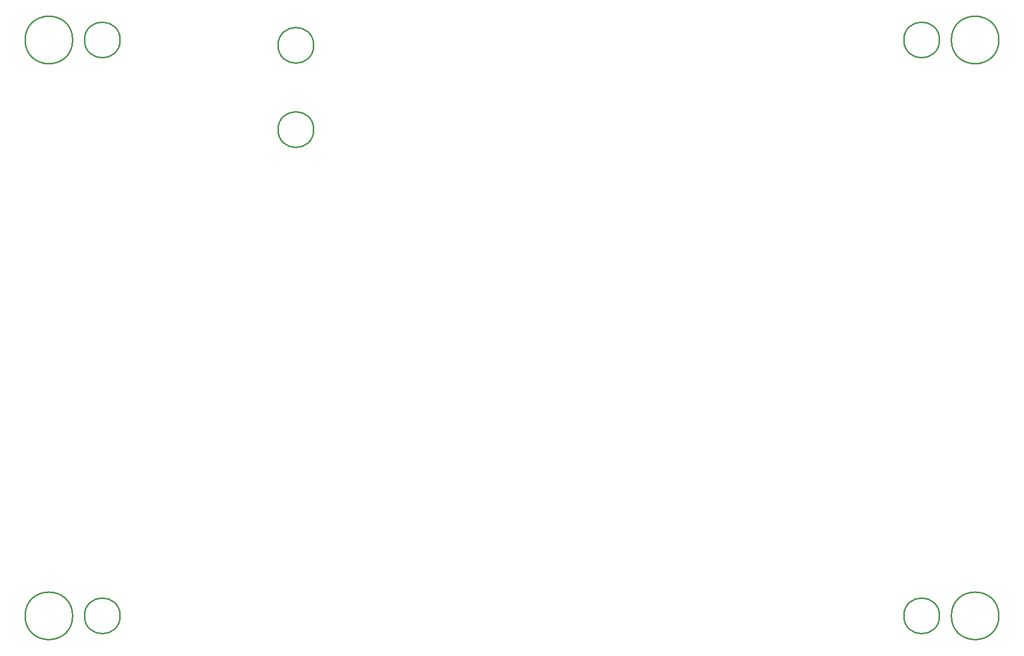
<source format=gko>
G04*
G04 #@! TF.GenerationSoftware,Altium Limited,Altium Designer,19.1.5 (86)*
G04*
G04 Layer_Color=16711833*
%FSLAX44Y44*%
%MOMM*%
G71*
G01*
G75*
%ADD10C,0.2540*%
D10*
X1706000Y2329000D02*
G03*
X1706000Y2329000I-30000J0D01*
G01*
Y2471000D02*
G03*
X1706000Y2471000I-30000J0D01*
G01*
X2760000Y2480000D02*
G03*
X2760000Y2480000I-30000J0D01*
G01*
X2860000D02*
G03*
X2860000Y2480000I-40000J0D01*
G01*
X2760000Y1510000D02*
G03*
X2760000Y1510000I-30000J0D01*
G01*
X2860000D02*
G03*
X2860000Y1510000I-40000J0D01*
G01*
X1380000Y2480000D02*
G03*
X1380000Y2480000I-30000J0D01*
G01*
X1300000D02*
G03*
X1300000Y2480000I-40000J0D01*
G01*
Y1510000D02*
G03*
X1300000Y1510000I-40000J0D01*
G01*
X1380000D02*
G03*
X1380000Y1510000I-30000J0D01*
G01*
M02*

</source>
